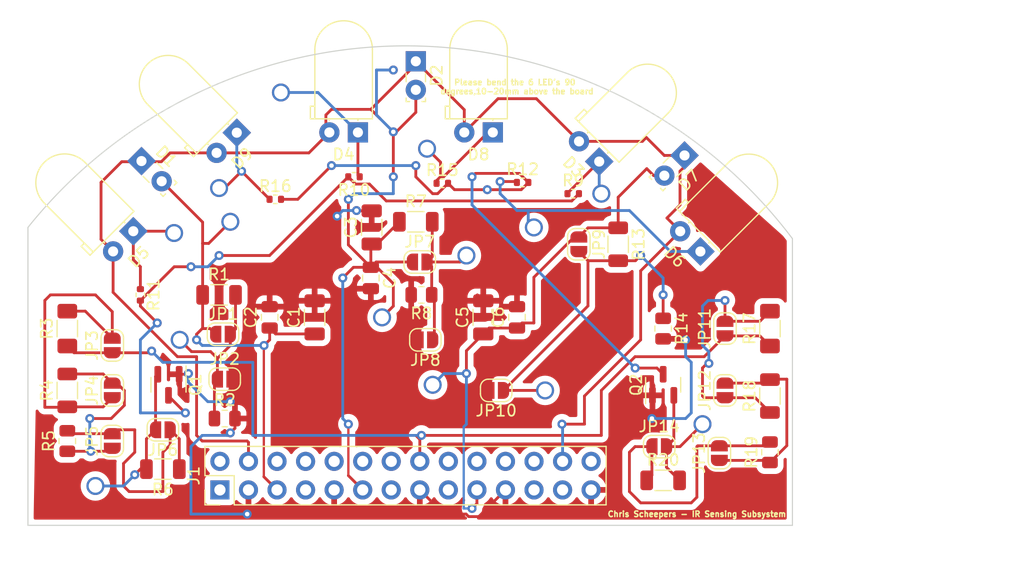
<source format=kicad_pcb>
(kicad_pcb (version 20211014) (generator pcbnew)
  (layers (0 "F.Cu" signal) (31 "B.Cu" signal) (34 "B.Paste" user) (35 "F.Paste" user) (36 "B.SilkS" user "B.Silkscreen") (37 "F.SilkS" user "F.Silkscreen") (38 "B.Mask" user) (39 "F.Mask" user) (44 "Edge.Cuts" user))
  (net 0 "")
  (net 1 "V_out_left")
  (net 2 "GND")
  (net 3 "V_out_mid")
  (net 4 "V_out_right")
  (net 5 "+BATT")
  (net 6 "Net-(D3-Pad1)")
  (net 7 "Net-(D4-Pad1)")
  (net 8 "Net-(D5-Pad1)")
  (net 9 "Net-(D6-Pad1)")
  (net 10 "Net-(D8-Pad1)")
  (net 11 "Net-(D9-Pad1)")
  (net 21 "PWM")
  (net 30 "Net-(JP1-Pad2)")
  (net 31 "Net-(JP3-Pad2)")
  (net 32 "Net-(JP4-Pad2)")
  (net 33 "Net-(JP5-Pad2)")
  (net 34 "Net-(JP6-Pad2)")
  (net 35 "Net-(JP7-Pad2)")
  (net 36 "Net-(JP10-Pad1)")
  (net 37 "Net-(JP11-Pad2)")
  (net 38 "Net-(JP12-Pad2)")
  (net 39 "Net-(JP13-Pad2)")
  (net 40 "Net-(JP14-Pad2)")
  (net 41 "Net-(Q1-Pad3)")
  (net 42 "Net-(Q2-Pad3)")
  (footprint "LED_THT:LED_D5.0mm_Horizontal_O1.27mm_Z3.0mm_IRBlack" (layer "F.Cu") (at 158.312748 78.641353 135)
    (fp_text reference "D3")
    (fp_text value "TSAL4400")
  )
  (footprint "Resistor_SMD:R_1206_3216Metric" (layer "F.Cu") (at 164 107)
    (fp_text reference "R20")
    (fp_text value "1000")
  )
  (footprint "Jumper:SolderJumper-2_P1.3mm_Open_RoundedPad1.0x1.5mm" (layer "F.Cu") (at 156.5 86 -90)
    (fp_text reference "JP9")
    (fp_text value "SolderJumper_2_Open")
  )
  (footprint "LED_THT:LED_D5.0mm_Horizontal_O1.27mm_Z3.0mm_IRBlack" (layer "F.Cu") (at 136.850489 76.050489 180)
    (fp_text reference "D4")
    (fp_text value "TSAL4400")
  )
  (footprint "LED_THT:LED_D5.0mm_Horizontal_O1.27mm_Z3.0mm_IRBlack" (layer "F.Cu") (at 126.075489 76.075489 -135)
    (fp_text reference "D9")
    (fp_text value "TSAL4400")
  )
  (footprint "Resistor_SMD:R_0402_1005Metric" (layer "F.Cu") (at 151.5 80.5)
    (fp_text reference "R12")
    (fp_text value "22")
  )
  (footprint "Resistor_SMD:R_0805_2012Metric" (layer "F.Cu") (at 125 101.5)
    (fp_text reference "R2")
    (fp_text value "10k")
  )
  (footprint "Jumper:SolderJumper-2_P1.3mm_Open_RoundedPad1.0x1.5mm" (layer "F.Cu") (at 124.85 94)
    (fp_text reference "JP1")
    (fp_text value "SolderJumper_2_Open")
  )
  (footprint "Jumper:SolderJumper-2_P1.3mm_Open_RoundedPad1.0x1.5mm" (layer "F.Cu") (at 115 99 90)
    (fp_text reference "JP4")
    (fp_text value "SolderJumper_2_Open")
  )
  (footprint "Resistor_SMD:R_1206_3216Metric" (layer "F.Cu") (at 142 84)
    (fp_text reference "R7")
    (fp_text value "100k")
  )
  (footprint "Jumper:SolderJumper-2_P1.3mm_Open_RoundedPad1.0x1.5mm" (layer "F.Cu") (at 142.35 87.575489)
    (fp_text reference "JP7")
    (fp_text value "SolderJumper_2_Open")
  )
  (footprint "Resistor_SMD:R_1206_3216Metric" (layer "F.Cu") (at 111 99 90)
    (fp_text reference "R4")
    (fp_text value "300")
  )
  (footprint "Jumper:SolderJumper-2_P1.3mm_Open_RoundedPad1.0x1.5mm" (layer "F.Cu") (at 115 103.5 90)
    (fp_text reference "JP5")
    (fp_text value "SolderJumper_2_Open")
  )
  (footprint "Jumper:SolderJumper-2_P1.3mm_Open_RoundedPad1.0x1.5mm" (layer "F.Cu") (at 119.5 102.5 180)
    (fp_text reference "JP6")
    (fp_text value "SolderJumper_2_Open")
  )
  (footprint "Resistor_SMD:R_0402_1005Metric" (layer "F.Cu") (at 156 81.5)
    (fp_text reference "R9")
    (fp_text value "22")
  )
  (footprint "Resistor_SMD:R_0402_1005Metric" (layer "F.Cu") (at 117.5 90.5 -90)
    (fp_text reference "R11")
    (fp_text value "22")
  )
  (footprint "Resistor_SMD:R_0402_1005Metric" (layer "F.Cu") (at 129.5 82)
    (fp_text reference "R16")
    (fp_text value "22")
  )
  (footprint "Capacitor_SMD:C_0805_2012Metric" (layer "F.Cu") (at 129 92.5 90)
    (fp_text reference "C2")
    (fp_text value "4.7uF")
  )
  (footprint "Jumper:SolderJumper-2_P1.3mm_Open_RoundedPad1.0x1.5mm" (layer "F.Cu") (at 169.5 93.5 90)
    (fp_text reference "JP11")
    (fp_text value "SolderJumper_2_Open")
  )
  (footprint "Capacitor_SMD:C_0805_2012Metric" (layer "F.Cu") (at 151 92.5 90)
    (fp_text reference "C6")
    (fp_text value "4.7uF")
  )
  (footprint "LED_THT:LED_D5.0mm_Horizontal_O1.27mm_Z3.0mm_IRBlack" (layer "F.Cu") (at 116.870265 84.838231 -135)
    (fp_text reference "D5")
    (fp_text value "TSAL4400")
  )
  (footprint "Jumper:SolderJumper-2_P1.3mm_Open_RoundedPad1.0x1.5mm" (layer "F.Cu") (at 169.5 99 90)
    (fp_text reference "JP12")
    (fp_text value "SolderJumper_2_Open")
  )
  (footprint "Jumper:SolderJumper-2_P1.3mm_Open_RoundedPad1.0x1.5mm" (layer "F.Cu") (at 115 95 90)
    (fp_text reference "JP3")
    (fp_text value "SolderJumper_2_Open")
  )
  (footprint "Capacitor_SMD:C_0805_2012Metric" (layer "F.Cu") (at 138 89 -90)
    (fp_text reference "C4")
    (fp_text value "4.7uF")
  )
  (footprint "LED_THT:LED_SideEmitter_Rectangular_W4.5mm_H1.6mm" (layer "F.Cu") (at 117.598439 78.598439 -45)
    (fp_text reference "D1")
    (fp_text value "SFH205F")
  )
  (footprint "Capacitor_SMD:C_1206_3216Metric" (layer "F.Cu") (at 148 92.5 90)
    (fp_text reference "C5")
    (fp_text value "100nF")
  )
  (footprint "Package_TO_SOT_SMD:SOT-23" (layer "F.Cu") (at 164 98.5 90)
    (fp_text reference "Q2")
    (fp_text value "2N2219")
  )
  (footprint "Jumper:SolderJumper-2_P1.3mm_Open_RoundedPad1.0x1.5mm" (layer "F.Cu") (at 125 98)
    (fp_text reference "JP2")
    (fp_text value "SolderJumper_2_Open")
  )
  (footprint "LED_THT:LED_SideEmitter_Rectangular_W4.5mm_H1.6mm" (layer "F.Cu") (at 165.901561 78.098439 -135)
    (fp_text reference "D7")
    (fp_text value "SFH205F")
  )
  (footprint "Jumper:SolderJumper-2_P1.3mm_Open_RoundedPad1.0x1.5mm" (layer "F.Cu") (at 142.85 94.5 180)
    (fp_text reference "JP8")
    (fp_text value "SolderJumper_2_Open")
  )
  (footprint "Connector_PinHeader_2.54mm:PinHeader_2x14_P2.54mm_Vertical" (layer "F.Cu") (at 124.575489 107.850489 90)
    (fp_text reference "J1")
    (fp_text value "Conn_02x14_Odd_Even")
  )
  (footprint "Resistor_SMD:R_0402_1005Metric" (layer "F.Cu") (at 136.5 80 180)
    (fp_text reference "R10")
    (fp_text value "22")
  )
  (footprint "Jumper:SolderJumper-2_P1.3mm_Open_RoundedPad1.0x1.5mm" (layer "F.Cu") (at 169 104.575489 90)
    (fp_text reference "JP13")
    (fp_text value "SolderJumper_2_Open")
  )
  (footprint "Resistor_SMD:R_1206_3216Metric" (layer "F.Cu") (at 119.5 106 180)
    (fp_text reference "R6")
    (fp_text value "1000")
  )
  (footprint "Resistor_SMD:R_1206_3216Metric" (layer "F.Cu") (at 173.5 99.5 90)
    (fp_text reference "R18")
    (fp_text value "300")
  )
  (footprint "Resistor_SMD:R_1206_3216Metric" (layer "F.Cu") (at 124.5 90.5)
    (fp_text reference "R1")
    (fp_text value "100k")
  )
  (footprint "Resistor_SMD:R_1206_3216Metric_Pad1.30x1.75mm_HandSolder" (layer "F.Cu") (at 111 93.5 90)
    (fp_text reference "R3")
    (fp_text value "100")
  )
  (footprint "Capacitor_SMD:C_1206_3216Metric" (layer "F.Cu") (at 133 92.5 90)
    (fp_text reference "C1")
    (fp_text value "100nF")
  )
  (footprint "LED_THT:LED_D5.0mm_Horizontal_O1.27mm_Z3.0mm_IRBlack" (layer "F.Cu") (at 167.312748 86.641353 135)
    (fp_text reference "D6")
    (fp_text value "TSAL4400")
  )
  (footprint "Resistor_SMD:R_0805_2012Metric" (layer "F.Cu") (at 173.5 104.5 90)
    (fp_text reference "R19")
    (fp_text value "600")
  )
  (footprint "LED_THT:LED_SideEmitter_Rectangular_W4.5mm_H1.6mm" (layer "F.Cu") (at 142 69.725 -90)
    (fp_text reference "D2")
    (fp_text value "SFH205F")
  )
  (footprint "Package_TO_SOT_SMD:SOT-23" (layer "F.Cu") (at 120 98.5 -90)
    (fp_text reference "Q1")
    (fp_text value "2N2219")
  )
  (footprint "Resistor_SMD:R_0402_1005Metric" (layer "F.Cu") (at 144.355489 80.575489)
    (fp_text reference "R15")
    (fp_text value "22")
  )
  (footprint "Jumper:SolderJumper-2_P1.3mm_Open_RoundedPad1.0x1.5mm" (layer "F.Cu") (at 149.15 99 180)
    (fp_text reference "JP10")
    (fp_text value "SolderJumper_2_Open")
  )
  (footprint "Resistor_SMD:R_0805_2012Metric" (layer "F.Cu") (at 164 93.5 -90)
    (fp_text reference "R14")
    (fp_text value "10k")
  )
  (footprint "Capacitor_SMD:C_1206_3216Metric" (layer "F.Cu") (at 138.075489 84.5 90)
    (fp_text reference "C3")
    (fp_text value "100nF")
  )
  (footprint "Resistor_SMD:R_0805_2012Metric" (layer "F.Cu") (at 111 103.5 90)
    (fp_text reference "R5")
    (fp_text value "600")
  )
  (footprint "Resistor_SMD:R_1206_3216Metric" (layer "F.Cu") (at 160 86 -90)
    (fp_text reference "R13")
    (fp_text value "100k")
  )
  (footprint "Resistor_SMD:R_0805_2012Metric" (layer "F.Cu") (at 142.5 90.5 180)
    (fp_text reference "R8")
    (fp_text value "10k")
  )
  (footprint "LED_THT:LED_D5.0mm_Horizontal_O1.27mm_Z3.0mm_IRBlack" (layer "F.Cu") (at 148.850489 76.050489 180)
    (fp_text reference "D8")
    (fp_text value "TSAL4400")
  )
  (footprint "Jumper:SolderJumper-2_P1.3mm_Open_RoundedPad1.0x1.5mm" (layer "F.Cu") (at 163.65 104)
    (fp_text reference "JP14")
    (fp_text value "SolderJumper_2_Open")
  )
  (footprint "Resistor_SMD:R_1206_3216Metric_Pad1.30x1.75mm_HandSolder" (layer "F.Cu") (at 173.5 93.5 90)
    (fp_text reference "R17")
    (fp_text value "100")
  )
  (gr_line (start 175.5 111) (end 175.5 85.5) (layer "Edge.Cuts") (width 0.1))
  (gr_line (start 107.5 84.5) (end 107.5 111) (layer "Edge.Cuts") (width 0.1))
  (gr_line (start 175.5 111) (end 107.5 111) (layer "Edge.Cuts") (width 0.1))
  (gr_arc (start 107.5 84.5) (mid 141.744754 68.356713) (end 175.5 85.5) (layer "Edge.Cuts") (width 0.1))
  (gr_text "Chris Scheepers - IR Sensing Subsystem" (at 167 110) (layer "F.SilkS") (effects (font (size 0.5 0.5) (thickness 0.125))))
  (gr_text "Please bend the 6 LED's 90 \ndegrees,10-20mm above the board" (at 151 72) (layer "F.SilkS") (effects (font (size 0.5 0.5) (thickness 0.125))))
  (segment (start 123.0375 93.4625) (end 123 93.5) (width 0.25) (layer "F.Cu") (net 1))
  (segment (start 123 93.5) (end 123.7 93.5) (width 0.25) (layer "F.Cu") (net 1))
  (segment (start 128.5 95) (end 128.480978 95.019022) (width 0.25) (layer "F.Cu") (net 1))
  (segment (start 119.39449 80.39449) (end 123.0375 84.0375) (width 0.25) (layer "F.Cu") (net 1))
  (segment (start 128.480978 95.019022) (end 128.480978 106.675978) (width 0.2) (layer "F.Cu") (net 1))
  (segment (start 129 94.5) (end 128.5 95) (width 0.25) (layer "F.Cu") (net 1))
  (segment (start 128.480978 106.675978) (end 129.655489 107.850489) (width 0.25) (layer "F.Cu") (net 1))
  (segment (start 123.7 93.5) (end 124.2 94) (width 0.25) (layer "F.Cu") (net 1))
  (segment (start 129 93.45) (end 129.525 93.975) (width 0.25) (layer "F.Cu") (net 1))
  (segment (start 129.525 93.975) (end 132.5 93.975) (width 0.25) (layer "F.Cu") (net 1))
  (segment (start 122.5 94.5) (end 122.5 94) (width 0.25) (layer "F.Cu") (net 1))
  (segment (start 123.0375 90.5) (end 123.0375 93.4625) (width 0.25) (layer "F.Cu") (net 1))
  (segment (start 123.0375 84.0375) (end 123.0375 85.923355) (width 0.25) (layer "F.Cu") (net 1))
  (segment (start 122.5 94) (end 123 93.5) (width 0.25) (layer "F.Cu") (net 1))
  (segment (start 129 93.45) (end 129 94.5) (width 0.25) (layer "F.Cu") (net 1))
  (segment (start 123.576645 85.923355) (end 125.5 84) (width 0.25) (layer "F.Cu") (net 1))
  (segment (start 123.0375 90.5) (end 123.0375 85.923355) (width 0.25) (layer "F.Cu") (net 1))
  (segment (start 123.0375 85.923355) (end 123.576645 85.923355) (width 0.25) (layer "F.Cu") (net 1))
  (via (at 128.5 95) (size 0.8) (drill 0.4) (layers "F.Cu" "B.Cu") (net 1))
  (via (at 122.5 94.5) (size 0.8) (drill 0.4) (layers "F.Cu" "B.Cu") (net 1))
  (via (at 125.5 84) (size 1.6) (drill 1.2) (layers "F.Cu" "B.Cu") (net 1))
  (segment (start 128.5 95) (end 123 95) (width 0.25) (layer "B.Cu") (net 1))
  (segment (start 123 95) (end 122.5 94.5) (width 0.25) (layer "B.Cu") (net 1))
  (segment (start 125.9125 101.5) (end 125.9125 102.363) (width 0.25) (layer "F.Cu") (net 2))
  (segment (start 136.7495 83.025) (end 136.7245 83) (width 0.25) (layer "F.Cu") (net 2))
  (segment (start 164 94.4125) (end 165.9125 94.4125) (width 0.25) (layer "F.Cu") (net 2))
  (segment (start 148 91.025) (end 147.475 90.5) (width 0.25) (layer "F.Cu") (net 2))
  (segment (start 144.505 110) (end 146.475386 110) (width 0.25) (layer "F.Cu") (net 2))
  (segment (start 165.9125 94.4125) (end 166 94.5) (width 0.25) (layer "F.Cu") (net 2))
  (segment (start 142.355489 107.850489) (end 144.505 110) (width 0.25) (layer "F.Cu") (net 2))
  (segment (start 120.95 97.5625) (end 121.713 97.5625) (width 0.25) (layer "F.Cu") (net 2))
  (segment (start 125.9125 98.2625) (end 125.65 98) (width 0.25) (layer "F.Cu") (net 2))
  (segment (start 147.601467 110.224511) (end 149.975489 107.850489) (width 0.25) (layer "F.Cu") (net 2))
  (segment (start 138.075489 83.025) (end 136.7495 83.025) (width 0.25) (layer "F.Cu") (net 2))
  (segment (start 146.475386 110) (end 146.699897 110.224511) (width 0.25) (layer "F.Cu") (net 2))
  (segment (start 146.699897 110.224511) (end 147.601467 110.224511) (width 0.25) (layer "F.Cu") (net 2))
  (segment (start 121.713 97.5625) (end 121.7755 97.5) (width 0.25) (layer "F.Cu") (net 2))
  (segment (start 125.9125 102.363) (end 125.5 102.7755) (width 0.25) (layer "F.Cu") (net 2))
  (via (at 136.7245 83) (size 0.8) (drill 0.4) (layers "F.Cu" "B.Cu") (net 2))
  (via (at 125.5 100) (size 0.8) (drill 0.4) (layers "F.Cu" "B.Cu") (net 2))
  (via (at 163 101.5) (size 0.8) (drill 0.4) (layers "F.Cu" "B.Cu") (net 2))
  (via (at 127 110) (size 0.8) (drill 0.4) (layers "F.Cu" "B.Cu") (net 2))
  (via (at 166 94.5) (size 0.8) (drill 0.4) (layers "F.Cu" "B.Cu") (net 2))
  (via (at 135 83.5) (size 0.8) (drill 0.4) (layers "F.Cu" "B.Cu") (net 2))
  (via (at 125.5 102.7755) (size 0.8) (drill 0.4) (layers "F.Cu" "B.Cu") (net 2))
  (via (at 121.7755 97.5) (size 0.8) (drill 0.4) (layers "F.Cu" "B.Cu") (net 2))
  (segment (start 123 103) (end 122 104) (width 0.25) (layer "B.Cu") (net 2))
  (segment (start 122 110) (end 127 110) (width 0.25) (layer "B.Cu") (net 2))
  (segment (start 166.5 101) (end 166 101.5) (width 0.25) (layer "B.Cu") (net 2))
  (segment (start 135.5 83) (end 135 83.5) (width 0.25) (layer "B.Cu") (net 2))
  (segment (start 136.7245 83) (end 135.5 83) (width 0.25) (layer "B.Cu") (net 2))
  (segment (start 121.7755 98.2755) (end 123.5 100) (width 0.25) (layer "B.Cu") (net 2))
  (segment (start 166 96) (end 166.5 96.5) (width 0.25) (layer "B.Cu") (net 2))
  (segment (start 166 101.5) (end 163 101.5) (width 0.25) (layer "B.Cu") (net 2))
  (segment (start 125.449468 102.7755) (end 125.224968 103) (width 0.25) (layer "B.Cu") (net 2))
  (segment (start 121.7755 97.5) (end 121.7755 98.2755) (width 0.25) (layer "B.Cu") (net 2))
  (segment (start 125.224968 103) (end 123 103) (width 0.25) (layer "B.Cu") (net 2))
  (segment (start 166 94.5) (end 166 96) (width 0.25) (layer "B.Cu") (net 2))
  (segment (start 122 104) (end 122 110) (width 0.25) (layer "B.Cu") (net 2))
  (segment (start 123.5 100) (end 125.5 100) (width 0.25) (layer "B.Cu") (net 2))
  (segment (start 166.5 96.5) (end 166.5 101) (width 0.25) (layer "B.Cu") (net 2))
  (segment (start 125.5 102.7755) (end 125.449468 102.7755) (width 0.25) (layer "B.Cu") (net 2))
  (segment (start 142 74.265) (end 140.265 76) (width 0.25) (layer "F.Cu") (net 3))
  (segment (start 138 88.05) (end 136 86.05) (width 0.25) (layer "F.Cu") (net 3))
  (segment (start 136.45 88.05) (end 135.5 89) (width 0.25) (layer "F.Cu") (net 3))
  (segment (start 140 91.5) (end 139 92.5) (width 0.25) (layer "F.Cu") (net 3))
  (segment (start 138.075489 85.975) (end 138.5625 85.975) (width 0.25) (layer "F.Cu") (net 3))
  (segment (start 140 80) (end 140 76) (width 0.25) (layer "F.Cu") (net 3))
  (segment (start 138 88.05) (end 138 86.050489) (width 0.25) (layer "F.Cu") (net 3))
  (segment (start 138.5625 85.975) (end 140.5375 84) (width 0.25) (layer "F.Cu") (net 3))
  (segment (start 138 86.050489) (end 138.075489 85.975) (width 0.25) (layer "F.Cu") (net 3))
  (segment (start 142 72.265) (end 142 74.265) (width 0.25) (layer "F.Cu") (net 3))
  (segment (start 141.7 87.575489) (end 138.474511 87.575489) (width 0.25) (layer "F.Cu") (net 3))
  (segment (start 138.474511 87.575489) (end 138 88.05) (width 0.25) (layer "F.Cu") (net 3))
  (segment (start 136 86.05) (end 136 82) (width 0.25) (layer "F.Cu") (net 3))
  (segment (start 136 102) (end 136 106.575) (width 0.2) (layer "F.Cu") (net 3))
  (segment (start 138 88.05) (end 136.45 88.05) (width 0.25) (layer "F.Cu") (net 3))
  (segment (start 140 89.5) (end 140 91.5) (width 0.25) (layer "F.Cu") (net 3))
  (segment (start 138.55 88.05) (end 140 89.5) (width 0.25) (layer "F.Cu") (net 3))
  (segment (start 140.265 76) (end 140 76) (width 0.25) (layer "F.Cu") (net 3))
  (segment (start 138 88.05) (end 138.55 88.05) (width 0.25) (layer "F.Cu") (net 3))
  (segment (start 136 106.575) (end 137.275489 107.850489) (width 0.25) (layer "F.Cu") (net 3))
  (via (at 140 80) (size 0.8) (drill 0.4) (layers "F.Cu" "B.Cu") (net 3))
  (via (at 139 92.5) (size 1.6) (drill 1.2) (layers "F.Cu" "B.Cu") (net 3))
  (via (at 140 76) (size 0.8) (drill 0.4) (layers "F.Cu" "B.Cu") (net 3))
  (via (at 136 82) (size 0.8) (drill 0.4) (layers "F.Cu" "B.Cu") (net 3))
  (via (at 136 102) (size 0.8) (drill 0.4) (layers "F.Cu" "B.Cu") (net 3))
  (via (at 135.5 89) (size 0.8) (drill 0.4) (layers "F.Cu" "B.Cu") (net 3))
  (via (at 140 70.5) (size 0.8) (drill 0.4) (layers "F.Cu" "B.Cu") (net 3))
  (segment (start 140 81.5) (end 140 80) (width 0.25) (layer "B.Cu") (net 3))
  (segment (start 136 82) (end 136.5 81.5) (width 0.25) (layer "B.Cu") (net 3))
  (segment (start 136.5 81.5) (end 140 81.5) (width 0.25) (layer "B.Cu") (net 3))
  (segment (start 135.5 89) (end 135.5 101.5) (width 0.25) (layer "B.Cu") (net 3))
  (segment (start 135.5 101.5) (end 136 102) (width 0.25) (layer "B.Cu") (net 3))
  (segment (start 138.5 74.5) (end 140 76) (width 0.25) (layer "B.Cu") (net 3))
  (segment (start 138.5 70.5) (end 138.5 74.5) (width 0.25) (layer "B.Cu") (net 3))
  (segment (start 140 70.5) (end 138.5 70.5) (width 0.25) (layer "B.Cu") (net 3))
  (segment (start 160 81.816569) (end 162.542304 79.274265) (width 0.25) (layer "F.Cu") (net 4))
  (segment (start 151.45 93) (end 152.5 93) (width 0.25) (layer "F.Cu") (net 4))
  (segment (start 147 109.5) (end 147.435489 109.064511) (width 0.25) (layer "F.Cu") (net 4))
  (segment (start 148 93.975) (end 146.5 95.475) (width 0.25) (layer "F.Cu") (net 4))
  (segment (start 156.09106 85.35) (end 156.5 85.35) (width 0.25) (layer "F.Cu") (net 4))
  (segment (start 151 93.45) (end 148.525 93.45) (width 0.25) (layer "F.Cu") (net 4))
  (segment (start 160 84.5375) (end 157.3125 84.5375) (width 0.25) (layer "F.Cu") (net 4))
  (segment (start 160 84.5375) (end 160 81.816569) (width 0.25) (layer "F.Cu") (net 4))
  (segment (start 151 93.45) (end 151.45 93) (width 0.25) (layer "F.Cu") (net 4))
  (segment (start 148.525 93.45) (end 148 93.975) (width 0.25) (layer "F.Cu") (net 4))
  (segment (start 157.3125 84.5375) (end 156.5 85.35) (width 0.25) (layer "F.Cu") (net 4))
  (segment (start 164.10551 79.89449) (end 163.162529 79.89449) (width 0.25) (layer "F.Cu") (net 4))
  (segment (start 146.5 95.475) (end 146.5 97.5) (width 0.25) (layer "F.Cu") (net 4))
  (segment (start 163.162529 79.89449) (end 162.542304 79.274265) (width 0.25) (layer "F.Cu") (net 4))
  (segment (start 147.435489 109.064511) (end 147.435489 107.850489) (width 0.25) (layer "F.Cu") (net 4))
  (segment (start 152.5 88.94106) (end 156.09106 85.35) (width 0.25) (layer "F.Cu") (net 4))
  (segment (start 152.5 93) (end 152.5 88.94106) (width 0.25) (layer "F.Cu") (net 4))
  (via (at 143.5 98.5) (size 1.6) (drill 1.2) (layers "F.Cu" "B.Cu") (net 4))
  (via (at 147 109.5) (size 0.8) (drill 0.4) (layers "F.Cu" "B.Cu") (net 4))
  (via (at 146.5 97.5) (size 0.8) (drill 0.4) (layers "F.Cu" "B.Cu") (net 4))
  (segment (start 146.5 102) (end 146.260978 102.239022) (width 0.25) (layer "B.Cu") (net 4))
  (segment (start 143.5 98.5) (end 144.5 97.5) (width 0.25) (layer "B.Cu") (net 4))
  (segment (start 146.5 97.5) (end 146.5 102) (width 0.25) (layer "B.Cu") (net 4))
  (segment (start 146.260978 102.239022) (end 146.260978 109.5) (width 0.2) (layer "B.Cu") (net 4))
  (segment (start 144.5 97.5) (end 146.5 97.5) (width 0.25) (layer "B.Cu") (net 4))
  (segment (start 146.260978 109.5) (end 147 109.5) (width 0.2) (layer "B.Cu") (net 4))
  (segment (start 146.310489 76.050489) (end 149.310489 73.050489) (width 0.25) (layer "F.Cu") (net 5))
  (segment (start 146.310489 74.035489) (end 146.310489 76.050489) (width 0.25) (layer "F.Cu") (net 5))
  (segment (start 165.516697 84.845302) (end 162 88.361999) (width 0.25) (layer "F.Cu") (net 5))
  (segment (start 134 75.74) (end 134.310489 76.050489) (width 0.25) (layer "F.Cu") (net 5))
  (segment (start 165.901561 79.098439) (end 165.5 79.5) (width 0.25) (layer "F.Cu") (net 5))
  (segment (start 156.516697 76.845302) (end 162.154698 76.845302) (width 0.25) (layer "F.Cu") (net 5))
  (segment (start 127.115489 103.615489) (end 127.115489 105.310489) (width 0.25) (layer "F.Cu") (net 5))
  (segment (start 120.147845 77.87154) (end 119.362816 78.656569) (width 0.25) (layer "F.Cu") (net 5))
  (segment (start 149.310489 73.050489) (end 152.721884 73.050489) (width 0.25) (layer "F.Cu") (net 5))
  (segment (start 138 74) (end 134.5 74) (width 0.25) (layer "F.Cu") (net 5))
  (segment (start 157.5 99) (end 157 99.5) (width 0.25) (layer "F.Cu") (net 5))
  (segment (start 114 80.5) (end 115.843431 78.656569) (width 0.25) (layer "F.Cu") (net 5))
  (segment (start 138.825978 74.825978) (end 138 74) (width 0.25) (layer "F.Cu") (net 5))
  (segment (start 162 94.5) (end 157.5 99) (width 0.25) (layer "F.Cu") (net 5))
  (segment (start 164.338355 83.66696) (end 165.516697 84.845302) (width 0.25) (layer "F.Cu") (net 5))
  (segment (start 124.279438 77.87154) (end 120.147845 77.87154) (width 0.25) (layer "F.Cu") (net 5))
  (segment (start 115.074214 86.634282) (end 115.074214 90.278142) (width 0.25) (layer "F.Cu") (net 5))
  (segment (start 114 85.560068) (end 114 80.5) (width 0.25) (layer "F.Cu") (net 5))
  (segment (start 142 70) (end 138 74) (width 0.25) (layer "F.Cu") (net 5))
  (segment (start 115.074214 90.278142) (end 120.796072 96) (width 0.25) (layer "F.Cu") (net 5))
  (segment (start 142 69.725) (end 142 70) (width 0.25) (layer "F.Cu") (net 5))
  (segment (start 164.098439 78.098439) (end 162.5 76.5) (width 0.25) (layer "F.Cu") (net 5))
  (segment (start 132.489438 77.87154) (end 124.279438 77.87154) (width 0.25) (layer "F.Cu") (net 5))
  (segment (start 127 103.5) (end 127.115489 103.615489) (width 0.25) (layer "F.Cu") (net 5))
  (segment (start 156.516697 76.845302) (end 152.721884 73.050489) (width 0.25) (layer "F.Cu") (net 5))
  (segment (start 122.5 96) (end 122.5 103) (width 0.25) (layer "F.Cu") (net 5))
  (segment (start 115.843431 78.656569) (end 119.362816 78.656569) (width 0.25) (layer "F.Cu") (net 5))
  (segment (start 122.5 103) (end 123 103.5) (width 0.25) (layer "F.Cu") (net 5))
  (segment (start 165.5 79.5) (end 165.5 82.505315) (width 0.25) (layer "F.Cu") (net 5))
  (segment (start 157 102) (end 155 102) (width 0.25) (layer "F.Cu") (net 5))
  (segment (start 165.5 82.505315) (end 164.338355 83.66696) (width 0.25) (layer "F.Cu") (net 5))
  (segment (start 157 99.5) (end 157 102) (width 0.25) (layer "F.Cu") (net 5))
  (segment (start 134 74.5) (end 134 75.74) (width 0.25) (layer "F.Cu") (net 5))
  (segment (start 134.5 74) (end 134 74.5) (width 0.25) (layer "F.Cu") (net 5))
  (segment (start 165.901561 78.098439) (end 165.901561 79.098439) (width 0.25) (layer "F.Cu") (net 5))
  (segment (start 115.074214 86.634282) (end 114 85.560068) (width 0.25) (layer "F.Cu") (net 5))
  (segment (start 162.154698 76.845302) (end 162.5 76.5) (width 0.25) (layer "F.Cu") (net 5))
  (segment (start 134.310489 76.050489) (end 132.489438 77.87154) (width 0.25) (layer "F.Cu") (net 5))
  (segment (start 120.796072 96) (end 122.5 96) (width 0.25) (layer "F.Cu") (net 5))
  (segment (start 142 69.725) (end 146.310489 74.035489) (width 0.25) (layer "F.Cu") (net 5))
  (segment (start 165.901561 78.098439) (end 164.098439 78.098439) (width 0.25) (layer "F.Cu") (net 5))
  (segment (start 123 103.5) (end 127 103.5) (width 0.25) (layer "F.Cu") (net 5))
  (segment (start 162 88.361999) (end 162 94.5) (width 0.25) (layer "F.Cu") (net 5))
  (via (at 155 102) (size 0.8) (drill 0.4) (layers "F.Cu" "B.Cu") (net 5))
  (segment (start 155 102) (end 155.055489 102.055489) (width 0.25) (layer "B.Cu") (net 5))
  (segment (start 155.055489 102.055489) (end 155.055489 105.310489) (width 0.25) (layer "B.Cu") (net 5))
  (segment (start 158.312748 78.641353) (end 155.49 81.464101) (width 0.25) (layer "F.Cu") (net 6))
  (segment (start 155.49 81.464101) (end 155.49 81.5) (width 0.25) (layer "F.Cu") (net 6))
  (via (at 158.5 81.5) (size 1.6) (drill 1.2) (layers "F.Cu" "B.Cu") (net 6))
  (segment (start 158.312748 81.312748) (end 158.5 81.5) (width 0.25) (layer "B.Cu") (net 6))
  (segment (start 158.312748 78.641353) (end 158.312748 81.312748) (width 0.25) (layer "B.Cu") (net 6))
  (segment (start 136.850489 76.050489) (end 136.850489 79.840489) (width 0.25) (layer "F.Cu") (net 7))
  (segment (start 136.850489 79.840489) (end 137.01 80) (width 0.25) (layer "F.Cu") (net 7))
  (via (at 130 72.5) (size 1.6) (drill 1.2) (layers "F.Cu" "B.Cu") (net 7))
  (segment (start 130 72.5) (end 133.3 72.5) (width 0.25) (layer "B.Cu") (net 7))
  (segment (start 133.3 72.5) (end 136.850489 76.050489) (width 0.25) (layer "B.Cu") (net 7))
  (segment (start 116.870265 84.838231) (end 116.870265 87.370265) (width 0.25) (layer "F.Cu") (net 8))
  (segment (start 117.5 88) (end 117.5 89.99) (width 0.25) (layer "F.Cu") (net 8))
  (segment (start 120.5 85) (end 120.338231 84.838231) (width 0.25) (layer "F.Cu") (net 8))
  (segment (start 116.870265 87.370265) (end 117.5 88) (width 0.25) (layer "F.Cu") (net 8))
  (segment (start 120.338231 84.838231) (end 116.870265 84.838231) (width 0.25) (layer "F.Cu") (net 8))
  (via (at 120.5 85) (size 1.6) (drill 1.2) (layers "F.Cu" "B.Cu") (net 8))
  (segment (start 150.91002 80.42002) (end 150.99 80.5) (width 0.25) (layer "F.Cu") (net 9))
  (segment (start 149.5 80.42002) (end 150.91002 80.42002) (width 0.25) (layer "F.Cu") (net 9))
  (via (at 152.5 84.5) (size 1.6) (drill 1.2) (layers "F.Cu" "B.Cu") (net 9))
  (via (at 149.5 80.42002) (size 0.8) (drill 0.4) (layers "F.Cu" "B.Cu") (net 9))
  (segment (start 149.5 80.5) (end 149.5 80.42002) (width 0.25) (layer "B.Cu") (net 9))
  (segment (start 167.312748 86.641353) (end 164.641353 86.641353) (width 0.25) (layer "B.Cu") (net 9))
  (segment (start 152 83) (end 151 83) (width 0.25) (layer "B.Cu") (net 9))
  (segment (start 149.5 81.5) (end 149.5 80.5) (width 0.25) (layer "B.Cu") (net 9))
  (segment (start 161 83) (end 152 83) (width 0.25) (layer "B.Cu") (net 9))
  (segment (start 152 84) (end 152.5 84.5) (width 0.25) (layer "B.Cu") (net 9))
  (segment (start 151 83) (end 149.5 81.5) (width 0.25) (layer "B.Cu") (net 9))
  (segment (start 152 83) (end 152 84) (width 0.25) (layer "B.Cu") (net 9))
  (segment (start 164.641353 86.641353) (end 161 83) (width 0.25) (layer "B.Cu") (net 9))
  (segment (start 144.1997 79.98556) (end 144.1997 78.6997) (width 0.25) (layer "F.Cu") (net 10))
  (segment (start 144.485559 79.98556) (end 144.1997 79.98556) (width 0.25) (layer "F.Cu") (net 10))
  (segment (start 148.42063 76.050489) (end 144.485559 79.98556) (width 0.25) (layer "F.Cu") (net 10))
  (segment (start 144.1997 79.98556) (end 143.845489 80.339771) (width 0.25) (layer "F.Cu") (net 10))
  (segment (start 144.1997 78.6997) (end 143 77.5) (width 0.25) (layer "F.Cu") (net 10))
  (segment (start 148.850489 76.050489) (end 148.42063 76.050489) (width 0.25) (layer "F.Cu") (net 10))
  (segment (start 143.845489 80.339771) (end 143.845489 80.575489) (width 0.25) (layer "F.Cu") (net 10))
  (via (at 143 77.5) (size 1.6) (drill 1.2) (layers "F.Cu" "B.Cu") (net 10))
  (segment (start 126.5 79.5) (end 128.99 81.99) (width 0.25) (layer "F.Cu") (net 11))
  (segment (start 126.5 79.5) (end 125 81) (width 0.25) (layer "F.Cu") (net 11))
  (segment (start 125 81) (end 124.5 81) (width 0.25) (layer "F.Cu") (net 11))
  (segment (start 128.99 81.99) (end 128.99 82) (width 0.25) (layer "F.Cu") (net 11))
  (via (at 126.5 79.5) (size 0.8) (drill 0.4) (layers "F.Cu" "B.Cu") (net 11))
  (via (at 124.5 81) (size 1.6) (drill 1.2) (layers "F.Cu" "B.Cu") (net 11))
  (segment (start 126.075489 76.075489) (end 126.075489 79.075489) (width 0.25) (layer "B.Cu") (net 11))
  (segment (start 126.075489 79.075489) (end 126.5 79.5) (width 0.25) (layer "B.Cu") (net 11))
  (segment (start 111.6 95.65) (end 115 95.65) (width 0.25) (layer "F.Cu") (net 21))
  (segment (start 169.5 94.15) (end 167.65 96) (width 0.25) (layer "F.Cu") (net 21))
  (segment (start 158.5 103) (end 142.5 103) (width 0.25) (layer "F.Cu") (net 21))
  (segment (start 161.5 96) (end 158.5 99) (width 0.25) (layer "F.Cu") (net 21))
  (segment (start 115 95.65) (end 118.35 95.65) (width 0.25) (layer "F.Cu") (net 21))
  (segment (start 142.5 103) (end 142 103) (width 0.25) (layer "F.Cu") (net 21))
  (segment (start 172.6 94.15) (end 173.5 95.05) (width 0.25) (layer "F.Cu") (net 21))
  (segment (start 142.355489 103.355489) (end 142.355489 105.310489) (width 0.25) (layer "F.Cu") (net 21))
  (segment (start 118.35 95.65) (end 118.5 95.5) (width 0.25) (layer "F.Cu") (net 21))
  (segment (start 111 95.05) (end 111.6 95.65) (width 0.25) (layer "F.Cu") (net 21))
  (segment (start 169.5 94.15) (end 172.6 94.15) (width 0.25) (layer "F.Cu") (net 21))
  (segment (start 142 103) (end 142.355489 103.355489) (width 0.25) (layer "F.Cu") (net 21))
  (segment (start 158.5 99) (end 158.5 103) (width 0.25) (layer "F.Cu") (net 21))
  (segment (start 167.65 96) (end 161.5 96) (width 0.25) (layer "F.Cu") (net 21))
  (via (at 142.5 103) (size 0.8) (drill 0.4) (layers "F.Cu" "B.Cu") (net 21))
  (via (at 118.5 95.5) (size 0.8) (drill 0.4) (layers "F.Cu" "B.Cu") (net 21))
  (segment (start 127.5 96.5) (end 127.5 103) (width 0.25) (layer "B.Cu") (net 21))
  (segment (start 118.5 95.5) (end 119.5 96.5) (width 0.25) (layer "B.Cu") (net 21))
  (segment (start 119.5 96.5) (end 127.5 96.5) (width 0.25) (layer "B.Cu") (net 21))
  (segment (start 127.5 103) (end 142.5 103) (width 0.25) (layer "B.Cu") (net 21))
  (segment (start 125.5 94) (end 125.9625 93.5375) (width 0.25) (layer "F.Cu") (net 30))
  (segment (start 124.0875 101.5) (end 124.0875 98.2625) (width 0.25) (layer "F.Cu") (net 30))
  (segment (start 123.75048 95.55048) (end 124.35 96.15) (width 0.25) (layer "F.Cu") (net 30))
  (segment (start 125.5 95) (end 124.75 95.75) (width 0.25) (layer "F.Cu") (net 30))
  (segment (start 125.9625 93.5375) (end 125.9625 90.5) (width 0.25) (layer "F.Cu") (net 30))
  (segment (start 122.05048 95.55048) (end 123.75048 95.55048) (width 0.25) (layer "F.Cu") (net 30))
  (segment (start 125.5 94) (end 125.5 95) (width 0.25) (layer "F.Cu") (net 30))
  (segment (start 124.75 95.75) (end 124.35 96.15) (width 0.25) (layer "F.Cu") (net 30))
  (segment (start 124.35 96.15) (end 124.35 98) (width 0.25) (layer "F.Cu") (net 30))
  (segment (start 124.0875 98.2625) (end 124.35 98) (width 0.25) (layer "F.Cu") (net 30))
  (segment (start 121 94.5) (end 122.05048 95.55048) (width 0.25) (layer "F.Cu") (net 30))
  (via (at 121 94.5) (size 1.6) (drill 1.2) (layers "F.Cu" "B.Cu") (net 30))
  (segment (start 111 91.95) (end 112.6 91.95) (width 0.25) (layer "F.Cu") (net 31))
  (segment (start 115 94.35) (end 115 92) (width 0.25) (layer "F.Cu") (net 31))
  (segment (start 112.6 91.95) (end 115 94.35) (width 0.25) (layer "F.Cu") (net 31))
  (segment (start 110.9625 100.5) (end 111 100.4625) (width 0.25) (layer "F.Cu") (net 31))
  (segment (start 114.1875 100.4625) (end 115 99.65) (width 0.25) (layer "F.Cu") (net 31))
  (segment (start 111 100.4625) (end 114.1875 100.4625) (width 0.25) (layer "F.Cu") (net 31))
  (segment (start 109 91) (end 109 100.5) (width 0.25) (layer "F.Cu") (net 31))
  (segment (start 109 100.5) (end 110.9625 100.5) (width 0.25) (layer "F.Cu") (net 31))
  (segment (start 115 92) (end 113.5 90.5) (width 0.25) (layer "F.Cu") (net 31))
  (segment (start 109.5 90.5) (end 109 91) (width 0.25) (layer "F.Cu") (net 31))
  (segment (start 113.5 90.5) (end 109.5 90.5) (width 0.25) (layer "F.Cu") (net 31))
  (segment (start 114.1875 97.5375) (end 115 98.35) (width 0.25) (layer "F.Cu") (net 32))
  (segment (start 111 97.5375) (end 114.1875 97.5375) (width 0.25) (layer "F.Cu") (net 32))
  (segment (start 116.07452 100.32596) (end 114.90048 101.5) (width 0.25) (layer "F.Cu") (net 32))
  (segment (start 114.90048 101.5) (end 113 101.5) (width 0.25) (layer "F.Cu") (net 32))
  (segment (start 115 98.35) (end 115.40894 98.35) (width 0.25) (layer "F.Cu") (net 32))
  (segment (start 114.7375 104.4125) (end 115 104.15) (width 0.25) (layer "F.Cu") (net 32))
  (segment (start 113.0875 104.4125) (end 114.7375 104.4125) (width 0.25) (layer "F.Cu") (net 32))
  (segment (start 116.07452 99.01558) (end 116.07452 100.32596) (width 0.25) (layer "F.Cu") (net 32))
  (segment (start 111 104.4125) (end 113.0875 104.4125) (width 0.25) (layer "F.Cu") (net 32))
  (segment (start 115.40894 98.35) (end 116.07452 99.01558) (width 0.25) (layer "F.Cu") (net 32))
  (via (at 113 101.5) (size 0.8) (drill 0.4) (layers "F.Cu" "B.Cu") (net 32))
  (via (at 113.0875 104.4125) (size 0.8) (drill 0.4) (layers "F.Cu" "B.Cu") (net 32))
  (segment (start 113 104.325) (end 113.0875 104.4125) (width 0.25) (layer "B.Cu") (net 32))
  (segment (start 113 101.5) (end 113 104.325) (width 0.25) (layer "B.Cu") (net 32))
  (segment (start 117 104.5) (end 117 102.5) (width 0.25) (layer "F.Cu") (net 33))
  (segment (start 119.5 108) (end 116.5 108) (width 0.25) (layer "F.Cu") (net 33))
  (segment (start 120.9625 106) (end 120.9625 103.3125) (width 0.25) (layer "F.Cu") (net 33))
  (segment (start 116 105.5) (end 117 104.5) (width 0.25) (layer "F.Cu") (net 33))
  (segment (start 120.15 102.5) (end 120.15 103.85) (width 0.25) (layer "F.Cu") (net 33))
  (segment (start 120.9625 103.3125) (end 120.15 102.5) (width 0.25) (layer "F.Cu") (net 33))
  (segment (start 117 102.5) (end 115.35 102.5) (width 0.25) (layer "F.Cu") (net 33))
  (segment (start 111 102.5875) (end 111.2625 102.85) (width 0.25) (layer "F.Cu") (net 33))
  (segment (start 119.5 104.5) (end 119.5 108) (width 0.25) (layer "F.Cu") (net 33))
  (segment (start 116.5 108) (end 116 107.5) (width 0.25) (layer "F.Cu") (net 33))
  (segment (start 120.15 103.85) (end 119.5 104.5) (width 0.25) (layer "F.Cu") (net 33))
  (segment (start 115.35 102.5) (end 115 102.85) (width 0.25) (layer "F.Cu") (net 33))
  (segment (start 116 107.5) (end 116 105.5) (width 0.25) (layer "F.Cu") (net 33))
  (segment (start 111.2625 102.85) (end 115 102.85) (width 0.25) (layer "F.Cu") (net 33))
  (segment (start 118.0375 106) (end 118.0375 103.3125) (width 0.25) (layer "F.Cu") (net 34))
  (segment (start 118.85 102.5) (end 118.85 97.7625) (width 0.25) (layer "F.Cu") (net 34))
  (segment (start 117.5 106) (end 117 106.5) (width 0.25) (layer "F.Cu") (net 34))
  (segment (start 118.0375 103.3125) (end 118.85 102.5) (width 0.25) (layer "F.Cu") (net 34))
  (segment (start 118.85 97.7625) (end 119.05 97.5625) (width 0.25) (layer "F.Cu") (net 34))
  (segment (start 118.0375 106) (end 117.5 106) (width 0.25) (layer "F.Cu") (net 34))
  (via (at 113.5 107.5) (size 1.6) (drill 1.2) (layers "F.Cu" "B.Cu") (net 34))
  (via (at 117 106.5) (size 0.8) (drill 0.4) (layers "F.Cu" "B.Cu") (net 34))
  (segment (start 116 107.5) (end 113.5 107.5) (width 0.25) (layer "B.Cu") (net 34))
  (segment (start 117 106.5) (end 116 107.5) (width 0.25) (layer "B.Cu") (net 34))
  (segment (start 145.924511 87.575489) (end 143 87.575489) (width 0.25) (layer "F.Cu") (net 35))
  (segment (start 143.65 94.5) (end 143.65 90.7375) (width 0.25) (layer "F.Cu") (net 35))
  (segment (start 143.4125 90.5) (end 143.4125 87.987989) (width 0.25) (layer "F.Cu") (net 35))
  (segment (start 143.4125 87.987989) (end 143 87.575489) (width 0.25) (layer "F.Cu") (net 35))
  (segment (start 143 87.575489) (end 143.4625 87.112989) (width 0.25) (layer "F.Cu") (net 35))
  (segment (start 146.5 87) (end 145.924511 87.575489) (width 0.25) (layer "F.Cu") (net 35))
  (segment (start 143.4625 87.112989) (end 143.4625 84) (width 0.25) (layer "F.Cu") (net 35))
  (segment (start 143.65 90.7375) (end 143.4125 90.5) (width 0.25) (layer "F.Cu") (net 35))
  (via (at 146.5 87) (size 1.6) (drill 1.2) (layers "F.Cu" "B.Cu") (net 35))
  (segment (start 149.8 99) (end 157.3125 91.4875) (width 0.25) (layer "F.Cu") (net 36))
  (segment (start 160 87.4625) (end 157.3125 87.4625) (width 0.25) (layer "F.Cu") (net 36))
  (segment (start 164 92.5875) (end 164 90.5) (width 0.25) (layer "F.Cu") (net 36))
  (segment (start 149.8 99) (end 153.5 99) (width 0.25) (layer "F.Cu") (net 36))
  (segment (start 157.3125 91.4875) (end 157.3125 87.4625) (width 0.25) (layer "F.Cu") (net 36))
  (segment (start 161.5375 87.4625) (end 162 87) (width 0.25) (layer "F.Cu") (net 36))
  (segment (start 157.3125 87.4625) (end 156.5 86.65) (width 0.25) (layer "F.Cu") (net 36))
  (segment (start 160 87.4625) (end 161.5375 87.4625) (width 0.25) (layer "F.Cu") (net 36))
  (via (at 164 90.5) (size 0.8) (drill 0.4) (layers "F.Cu" "B.Cu") (net 36))
  (via (at 153.5 99) (size 1.6) (drill 1.2) (layers "F.Cu" "B.Cu") (net 36))
  (via (at 162 87) (size 0.8) (drill 0.4) (layers "F.Cu" "B.Cu") (net 36))
  (segment (start 164 90.5) (end 164 89) (width 0.25) (layer "B.Cu") (net 36))
  (segment (start 164 89) (end 162 87) (width 0.25) (layer "B.Cu") (net 36))
  (segment (start 172.6 92.85) (end 173.5 91.95) (width 0.25) (layer "F.Cu") (net 37))
  (segment (start 169.5 92.85) (end 172.6 92.85) (width 0.25) (layer "F.Cu") (net 37))
  (segment (start 167.5 99.5) (end 167.5 97) (width 0.25) (layer "F.Cu") (net 37))
  (segment (start 169.5 99.65) (end 172.1875 99.65) (width 0.25) (layer "F.Cu") (net 37))
  (segment (start 169.5 99.65) (end 167.65 99.65) (width 0.25) (layer "F.Cu") (net 37))
  (segment (start 169.5 91) (end 169.5 92.85) (width 0.25) (layer "F.Cu") (net 37))
  (segment (start 167.5 97) (end 167.906466 96.593534) (width 0.25) (layer "F.Cu") (net 37))
  (segment (start 167.906466 96.593534) (end 168.065474 96.593534) (width 0.25) (layer "F.Cu") (net 37))
  (segment (start 167.65 99.65) (end 167.5 99.5) (width 0.25) (layer "F.Cu") (net 37))
  (segment (start 172.1875 99.65) (end 173.5 100.9625) (width 0.25) (layer "F.Cu") (net 37))
  (via (at 168.065474 96.593534) (size 0.8) (drill 0.4) (layers "F.Cu" "B.Cu") (net 37))
  (via (at 169.5 91) (size 0.8) (drill 0.4) (layers "F.Cu" "B.Cu") (net 37))
  (segment (start 167.5 91.5) (end 168 91) (width 0.25) (layer "B.Cu") (net 37))
  (segment (start 167.5 95) (end 167.5 91.5) (width 0.25) (layer "B.Cu") (net 37))
  (segment (start 168 91) (end 169.5 91) (width 0.25) (layer "B.Cu") (net 37))
  (segment (start 168.065474 95.565474) (end 167.5 95) (width 0.25) (layer "B.Cu") (net 37))
  (segment (start 168.065474 96.593534) (end 168.065474 95.565474) (width 0.25) (layer "B.Cu") (net 37))
  (segment (start 173.5375 98) (end 173.5 98.0375) (width 0.25) (layer "F.Cu") (net 38))
  (segment (start 175 98) (end 173.5375 98) (width 0.25) (layer "F.Cu") (net 38))
  (segment (start 173.5 105.4125) (end 175 103.9125) (width 0.25) (layer "F.Cu") (net 38))
  (segment (start 175 103.9125) (end 175 98) (width 0.25) (layer "F.Cu") (net 38))
  (segment (start 173.312989 105.225489) (end 173.5 105.4125) (width 0.25) (layer "F.Cu") (net 38))
  (segment (start 169 105.225489) (end 173.312989 105.225489) (width 0.25) (layer "F.Cu") (net 38))
  (segment (start 169.5 98.35) (end 173.1875 98.35) (width 0.25) (layer "F.Cu") (net 38))
  (segment (start 173.1875 98.35) (end 173.5 98.0375) (width 0.25) (layer "F.Cu") (net 38))
  (segment (start 162 109) (end 166.5 109) (width 0.25) (layer "F.Cu") (net 39))
  (segment (start 163 104) (end 163 106.5375) (width 0.25) (layer "F.Cu") (net 39))
  (segment (start 173.162011 103.925489) (end 173.5 103.5875) (width 0.25) (layer "F.Cu") (net 39))
  (segment (start 163 104) (end 161.5 104) (width 0.25) (layer "F.Cu") (net 39))
  (segment (start 169 103.925489) (end 173.162011 103.925489) (width 0.25) (layer "F.Cu") (net 39))
  (segment (start 167 108.5) (end 167 104) (width 0.25) (layer "F.Cu") (net 39))
  (segment (start 166.5 109) (end 167 108.5) (width 0.25) (layer "F.Cu") (net 39))
  (segment (start 161.5 104) (end 161 104.5) (width 0.25) (layer "F.Cu") (net 39))
  (segment (start 163 106.5375) (end 162.5375 107) (width 0.25) (layer "F.Cu") (net 39))
  (segment (start 167.074511 103.925489) (end 169 103.925489) (width 0.25) (layer "F.Cu") (net 39))
  (segment (start 161 104.5) (end 161 108) (width 0.25) (layer "F.Cu") (net 39))
  (segment (start 167 104) (end 167.074511 103.925489) (width 0.25) (layer "F.Cu") (net 39))
  (segment (start 161 108) (end 162 109) (width 0.25) (layer "F.Cu") (net 39))
  (segment (start 164.3 104) (end 165.5 104) (width 0.25) (layer "F.Cu") (net 40))
  (segment (start 164.95 99.4375) (end 164.95 103.35) (width 0.25) (layer "F.Cu") (net 40))
  (segment (start 165.5 104) (end 167.5 102) (width 0.25) (layer "F.Cu") (net 40))
  (segment (start 164.3 105.8375) (end 165.4625 107) (width 0.25) (layer "F.Cu") (net 40))
  (segment (start 164.3 104) (end 164.3 105.8375) (width 0.25) (layer "F.Cu") (net 40))
  (segment (start 164.95 103.35) (end 164.3 104) (width 0.25) (layer "F.Cu") (net 40))
  (via (at 167.5 102) (size 1.6) (drill 1.2) (layers "F.Cu" "B.Cu") (net 40))
  (segment (start 136.63452 80.64452) (end 137.873701 80.64452) (width 0.25) (layer "F.Cu") (net 41))
  (segment (start 117.5 91.5) (end 119 93) (width 0.25) (layer "F.Cu") (net 41))
  (segment (start 155.86548 82.14452) (end 156.51 81.5) (width 0.25) (layer "F.Cu") (net 41))
  (segment (start 117.5 91.01) (end 117.5 91.5) (width 0.25) (layer "F.Cu") (net 41))
  (segment (start 120 99.4375) (end 120 99.5) (width 0.25) (layer "F.Cu") (net 41))
  (segment (start 120.51 88) (end 122 88) (width 0.25) (layer "F.Cu") (net 41))
  (segment (start 124.5 87) (end 128.99 87) (width 0.25) (layer "F.Cu") (net 41))
  (segment (start 137.873701 80.64452) (end 139.373701 82.14452) (width 0.25) (layer "F.Cu") (net 41))
  (segment (start 120 99.5) (end 121.5 101) (width 0.25) (layer "F.Cu") (net 41))
  (segment (start 117.5 91.01) (end 120.51 88) (width 0.25) (layer "F.Cu") (net 41))
  (segment (start 128.99 87) (end 135.99 80) (width 0.25) (layer "F.Cu") (net 41))
  (segment (start 135.99 80) (end 136.63452 80.64452) (width 0.25) (layer "F.Cu") (net 41))
  (segment (start 139.373701 82.14452) (end 155.86548 82.14452) (width 0.25) (layer "F.Cu") (net 41))
  (via (at 121.5 101) (size 0.8) (drill 0.4) (layers "F.Cu" "B.Cu") (net 41))
  (via (at 122 88) (size 0.8) (drill 0.4) (layers "F.Cu" "B.Cu") (net 41))
  (via (at 119 93) (size 0.8) (drill 0.4) (layers "F.Cu" "B.Cu") (net 41))
  (via (at 124.5 87) (size 0.8) (drill 0.4) (layers "F.Cu" "B.Cu") (net 41))
  (segment (start 123.5 88) (end 124.5 87) (width 0.25) (layer "B.Cu") (net 41))
  (segment (start 122 88) (end 123.5 88) (width 0.25) (layer "B.Cu") (net 41))
  (segment (start 117.5 94.5) (end 119 93) (width 0.25) (layer "B.Cu") (net 41))
  (segment (start 121.5 101) (end 117.5 101) (width 0.25) (layer "B.Cu") (net 41))
  (segment (start 117.5 101) (end 117.5 94.5) (width 0.25) (layer "B.Cu") (net 41))
  (segment (start 147.304491 79.695509) (end 147 80) (width 0.25) (layer "F.Cu") (net 42))
  (segment (start 142 80) (end 143.5 81.5) (width 0.25) (layer "F.Cu") (net 42))
  (segment (start 143.5 81.5) (end 143.940978 81.5) (width 0.25) (layer "F.Cu") (net 42))
  (segment (start 152.01 80.5) (end 152.01 80.51) (width 0.25) (layer "F.Cu") (net 42))
  (segment (start 163.449799 97.012299) (end 161.512299 97.012299) (width 0.25) (layer "F.Cu") (net 42))
  (segment (start 131.5 82) (end 134.5 79) (width 0.25) (layer "F.Cu") (net 42))
  (segment (start 145.43452 81.14452) (end 148.35548 81.14452) (width 0.25) (layer "F.Cu") (net 42))
  (segment (start 151.205509 79.695509) (end 147.304491 79.695509) (width 0.25) (layer "F.Cu") (net 42))
  (segment (start 142 79) (end 142 80) (width 0.25) (layer "F.Cu") (net 42))
  (segment (start 151.37548 81.14452) (end 148.35548 81.14452) (width 0.25) (layer "F.Cu") (net 42))
  (segment (start 152.01 80.5) (end 151.205509 79.695509) (width 0.25) (layer "F.Cu") (net 42))
  (segment (start 164 97.5625) (end 163.449799 97.012299) (width 0.25) (layer "F.Cu") (net 42))
  (segment (start 152.01 80.51) (end 151.37548 81.14452) (width 0.25) (layer "F.Cu") (net 42))
  (segment (start 143.940978 81.5) (end 144.865489 80.575489) (width 0.25) (layer "F.Cu") (net 42))
  (segment (start 144.865489 80.575489) (end 145.43452 81.14452) (width 0.25) (layer "F.Cu") (net 42))
  (segment (start 130.01 82) (end 131.5 82) (width 0.25) (layer "F.Cu") (net 42))
  (via (at 134.5 79) (size 0.8) (drill 0.4) (layers "F.Cu" "B.Cu") (net 42))
  (via (at 142 79) (size 0.8) (drill 0.4) (layers "F.Cu" "B.Cu") (net 42))
  (via (at 161.512299 97.012299) (size 0.8) (drill 0.4) (layers "F.Cu" "B.Cu") (net 42))
  (via (at 148.35548 81.14452) (size 0.8) (drill 0.4) (layers "F.Cu" "B.Cu") (net 42))
  (via (at 147 80) (size 0.8) (drill 0.4) (layers "F.Cu" "B.Cu") (net 42))
  (segment (start 147 82.5) (end 161.512299 97.012299) (width 0.25) (layer "B.Cu") (net 42))
  (segment (start 147 80) (end 147 82.5) (width 0.25) (layer "B.Cu") (net 42))
  (segment (start 142 79) (end 134.5 79) (width 0.25) (layer "B.Cu") (net 42))
  (zone (net 2) (net_name "GND") (layer "F.Cu") (connect_pads (clearance 0.508)) (min_thickness 0.254) (fill yes (thermal_gap 0.508) (thermal_bridge_width 0.508))
    (polygon (pts (xy 166 77.5) (xy 175.5 86) (xy 175.5 110.5) (xy 108 110.5) (xy 108.5 84.5) (xy 115 78) (xy 130.5 70) (xy 151.5 70)))
  )
)
</source>
